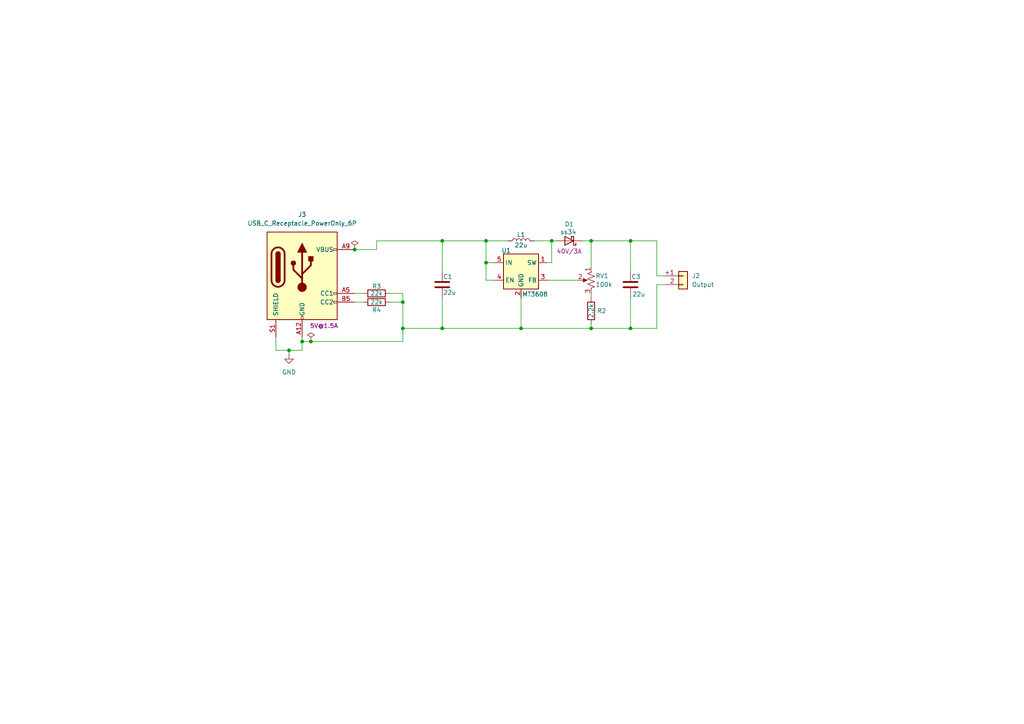
<source format=kicad_sch>
(kicad_sch (version 20231120) (generator "eeschema") (generator_version "8.0")
  (paper "A4")
  (lib_symbols
    (symbol "Connector:USB_C_Receptacle_PowerOnly_6P" (pin_names (offset 1.016))
      (property "Reference" "J" (at 0 16.51 0))
      (property "Value" "USB_C_Receptacle_PowerOnly_6P" (at 0 13.97 0))
      (symbol "USB_C_Receptacle_PowerOnly_6P_0_0"
        (rectangle (start -0.254 -12.7) (end 0.254 -11.684))
        (rectangle (start 10.16 -7.366) (end 9.144 -7.874))
        (rectangle (start 10.16 -4.826) (end 9.144 -5.334))
        (rectangle (start 10.16 7.874) (end 9.144 7.366))
      )
      (symbol "USB_C_Receptacle_PowerOnly_6P_0_1"
        (rectangle (start -10.16 12.7) (end 10.16 -12.7) (stroke (width 0.254)) (fill (type background)))
        (arc (start -8.89 -1.27) (mid -6.985 -3.1667) (end -5.08 -1.27) (stroke (width 0.508)))
        (arc (start -7.62 -1.27) (mid -6.985 -1.9023) (end -6.35 -1.27) (stroke (width 0.254)))
        (arc (start -7.62 -1.27) (mid -6.985 -1.9023) (end -6.35 -1.27) (stroke (width 0.254)) (fill (type outline)))
        (rectangle (start -7.62 -1.27) (end -6.35 6.35) (stroke (width 0.254)) (fill (type outline)))
        (arc (start -6.35 6.35) (mid -6.985 6.9823) (end -7.62 6.35) (stroke (width 0.254)))
        (arc (start -6.35 6.35) (mid -6.985 6.9823) (end -7.62 6.35) (stroke (width 0.254)) (fill (type outline)))
        (arc (start -5.08 6.35) (mid -6.985 8.2467) (end -8.89 6.35) (stroke (width 0.508)))
        (circle (center -2.54 3.683) (radius 0.635) (stroke (width 0.254)) (fill (type outline)))
        (circle (center 0 -3.302) (radius 1.27) (fill (type outline)))
        (polyline (pts (xy -8.89 -1.27) (xy -8.89 6.35)) (stroke (width 0.508)))
        (polyline (pts (xy -5.08 6.35) (xy -5.08 -1.27)) (stroke (width 0.508)))
        (polyline (pts (xy 0 -3.302) (xy 0 6.858)) (stroke (width 0.508)))
        (polyline (pts (xy 0 -0.762) (xy -2.54 1.778) (xy -2.54 3.048)) (stroke (width 0.508)))
        (polyline (pts (xy 0 0.508) (xy 2.54 3.048) (xy 2.54 4.318)) (stroke (width 0.508)))
        (polyline (pts (xy -1.27 6.858) (xy 0 9.398) (xy 1.27 6.858) (xy -1.27 6.858)) (stroke (width 0.254)) (fill (type outline)))
        (rectangle (start 1.905 4.318) (end 3.175 5.588) (stroke (width 0.254)) (fill (type outline)))
      )
      (symbol "USB_C_Receptacle_PowerOnly_6P_1_1"
        (pin passive line (at 0 -17.78 90) (length 5.08) (name "GND") (number "A12"))
        (pin bidirectional line (at 15.24 -5.08 180) (length 5.08) (name "CC1") (number "A5"))
        (pin passive line (at 15.24 7.62 180) (length 5.08) (name "VBUS") (number "A9"))
        (pin passive line (at 0 -17.78 90) (length 5.08) hide (name "GND") (number "B12"))
        (pin bidirectional line (at 15.24 -7.62 180) (length 5.08) (name "CC2") (number "B5"))
        (pin passive line (at 15.24 7.62 180) (length 5.08) hide (name "VBUS") (number "B9"))
        (pin passive line (at -7.62 -17.78 90) (length 5.08) (name "SHIELD") (number "S1"))
      )
    )
    (symbol "Connector_Generic:Conn_01x02" (pin_names (offset 1.016) hide)
      (property "Reference" "J" (at 0 2.54 0))
      (property "Value" "Conn_01x02" (at 0 -5.08 0))
      (symbol "Conn_01x02_1_1"
        (rectangle (start -1.27 -2.413) (end 0 -2.667) (stroke (width 0.1524)))
        (rectangle (start -1.27 0.127) (end 0 -0.127) (stroke (width 0.1524)))
        (rectangle (start -1.27 1.27) (end 1.27 -3.81) (stroke (width 0.254)) (fill (type background)))
        (pin passive line (at -5.08 0 0) (length 3.81) (name "Pin_1") (number "1"))
        (pin passive line (at -5.08 -2.54 0) (length 3.81) (name "Pin_2") (number "2"))
      )
    )
    (symbol "Device:C" (pin_numbers hide) (pin_names (offset 0.254))
      (property "Reference" "C" (at 0.635 2.54 0))
      (property "Value" "C" (at 0.635 -2.54 0))
      (symbol "C_0_1"
        (polyline (pts (xy -2.032 -0.762) (xy 2.032 -0.762)) (stroke (width 0.508)))
        (polyline (pts (xy -2.032 0.762) (xy 2.032 0.762)) (stroke (width 0.508)))
      )
      (symbol "C_1_1"
        (pin passive line (at 0 3.81 270) (length 2.794) (name "~") (number "1"))
        (pin passive line (at 0 -3.81 90) (length 2.794) (name "~") (number "2"))
      )
    )
    (symbol "Device:D_Schottky" (pin_numbers hide) (pin_names (offset 1.016) hide)
      (property "Reference" "D" (at 0 2.54 0))
      (property "Value" "D_Schottky" (at 0 -2.54 0))
      (symbol "D_Schottky_0_1"
        (polyline (pts (xy 1.27 0) (xy -1.27 0)))
        (polyline (pts (xy 1.27 1.27) (xy 1.27 -1.27) (xy -1.27 0) (xy 1.27 1.27)) (stroke (width 0.254)))
        (polyline (pts (xy -1.905 0.635) (xy -1.905 1.27) (xy -1.27 1.27) (xy -1.27 -1.27) (xy -0.635 -1.27) (xy -0.635 -0.635)) (stroke (width 0.254)))
      )
      (symbol "D_Schottky_1_1"
        (pin passive line (at -3.81 0 0) (length 2.54) (name "K") (number "1"))
        (pin passive line (at 3.81 0 180) (length 2.54) (name "A") (number "2"))
      )
    )
    (symbol "Device:L" (pin_numbers hide) (pin_names (offset 1.016) hide)
      (property "Reference" "L" (at -1.27 0 90))
      (property "Value" "L" (at 1.905 0 90))
      (symbol "L_0_1"
        (arc (start 0 -2.54) (mid 0.6323 -1.905) (end 0 -1.27))
        (arc (start 0 -1.27) (mid 0.6323 -0.635) (end 0 0))
        (arc (start 0 0) (mid 0.6323 0.635) (end 0 1.27))
        (arc (start 0 1.27) (mid 0.6323 1.905) (end 0 2.54))
      )
      (symbol "L_1_1"
        (pin passive line (at 0 3.81 270) (length 1.27) (name "1") (number "1"))
        (pin passive line (at 0 -3.81 90) (length 1.27) (name "2") (number "2"))
      )
    )
    (symbol "Device:R" (pin_numbers hide) (pin_names (offset 0))
      (property "Reference" "R" (at 2.032 0 90))
      (property "Value" "R" (at 0 0 90))
      (symbol "R_0_1"
        (rectangle (start -1.016 -2.54) (end 1.016 2.54) (stroke (width 0.254)))
      )
      (symbol "R_1_1"
        (pin passive line (at 0 3.81 270) (length 1.27) (name "~") (number "1"))
        (pin passive line (at 0 -3.81 90) (length 1.27) (name "~") (number "2"))
      )
    )
    (symbol "Device:R_Potentiometer_US" (pin_names (offset 1.016) hide)
      (property "Reference" "RV" (at -4.445 0 90))
      (property "Value" "R_Potentiometer_US" (at -2.54 0 90))
      (symbol "R_Potentiometer_US_0_1"
        (polyline (pts (xy 0 -2.286) (xy 0 -2.54)))
        (polyline (pts (xy 0 2.54) (xy 0 2.286)))
        (polyline (pts (xy 2.54 0) (xy 1.524 0)))
        (polyline (pts (xy 1.143 0) (xy 2.286 0.508) (xy 2.286 -0.508) (xy 1.143 0)) (fill (type outline)))
        (polyline (pts (xy 0 -0.762) (xy 1.016 -1.143) (xy 0 -1.524) (xy -1.016 -1.905) (xy 0 -2.286)))
        (polyline (pts (xy 0 0.762) (xy 1.016 0.381) (xy 0 0) (xy -1.016 -0.381) (xy 0 -0.762)))
        (polyline (pts (xy 0 2.286) (xy 1.016 1.905) (xy 0 1.524) (xy -1.016 1.143) (xy 0 0.762)))
      )
      (symbol "R_Potentiometer_US_1_1"
        (pin passive line (at 0 3.81 270) (length 1.27) (name "1") (number "1"))
        (pin passive line (at 3.81 0 180) (length 1.27) (name "2") (number "2"))
        (pin passive line (at 0 -3.81 90) (length 1.27) (name "3") (number "3"))
      )
    )
    (symbol "Regulator_Switching:MT3608"
      (property "Reference" "U" (at -2.54 8.89 0))
      (property "Value" "MT3608" (at -3.81 6.35 0))
      (symbol "MT3608_0_1"
        (rectangle (start -5.08 5.08) (end 5.08 -5.08) (stroke (width 0.254)) (fill (type background)))
      )
      (symbol "MT3608_1_1"
        (pin passive line (at 7.62 2.54 180) (length 2.54) (name "SW") (number "1"))
        (pin power_in line (at 0 -7.62 90) (length 2.54) (name "GND") (number "2"))
        (pin input line (at 7.62 -2.54 180) (length 2.54) (name "FB") (number "3"))
        (pin input line (at -7.62 -2.54 0) (length 2.54) (name "EN") (number "4"))
        (pin power_in line (at -7.62 2.54 0) (length 2.54) (name "IN") (number "5"))
        (pin no_connect line (at 5.08 0 180) (length 2.54) hide (name "NC") (number "6"))
      )
    )
    (symbol "power:GND" (power) (pin_numbers hide) (pin_names (offset 0) hide)
      (property "Value" "GND" (at 0 -3.81 0))
      (symbol "GND_0_1"
        (polyline (pts (xy 0 0) (xy 0 -1.27) (xy 1.27 -1.27) (xy 0 -2.54) (xy -1.27 -1.27) (xy 0 -1.27)))
      )
      (symbol "GND_1_1"
        (pin power_in line (at 0 0 270) (length 0) (name "~") (number "1"))
      )
    )
    (symbol "power:PWR_FLAG" (power) (pin_numbers hide) (pin_names (offset 0) hide)
      (property "Value" "PWR_FLAG" (at 0 3.81 0))
      (symbol "PWR_FLAG_0_0"
        (pin power_out line (at 0 0 90) (length 0) (name "~") (number "1"))
      )
      (symbol "PWR_FLAG_0_1"
        (polyline (pts (xy 0 0) (xy 0 1.27) (xy -1.016 1.905) (xy 0 2.54) (xy 1.016 1.905) (xy 0 1.27)))
      )
    )
  )
  (junction (at 182.88 69.85))
  (junction (at 171.45 95.25))
  (junction (at 116.84 87.63))
  (junction (at 160.02 69.85))
  (junction (at 128.27 69.85))
  (junction (at 128.27 95.25))
  (junction (at 151.13 95.25))
  (junction (at 182.88 95.25))
  (junction (at 83.82 101.6))
  (junction (at 87.63 99.06))
  (junction (at 116.84 95.25))
  (junction (at 140.97 76.2))
  (junction (at 140.97 69.85))
  (junction (at 171.45 69.85))
  (junction (at 90.17 99.06))
  (junction (at 102.87 72.39))
  (wire (pts (xy 190.5 82.55) (xy 190.5 95.25)))
  (wire (pts (xy 128.27 95.25) (xy 151.13 95.25)))
  (wire (pts (xy 80.01 101.6) (xy 83.82 101.6)))
  (wire (pts (xy 171.45 93.98) (xy 171.45 95.25)))
  (wire (pts (xy 102.87 85.09) (xy 105.41 85.09)))
  (wire (pts (xy 160.02 69.85) (xy 161.29 69.85)))
  (wire (pts (xy 90.17 99.06) (xy 87.63 99.06)))
  (wire (pts (xy 109.22 69.85) (xy 109.22 72.39)))
  (wire (pts (xy 140.97 81.28) (xy 140.97 76.2)))
  (wire (pts (xy 83.82 102.87) (xy 83.82 101.6)))
  (wire (pts (xy 151.13 86.36) (xy 151.13 95.25)))
  (wire (pts (xy 128.27 69.85) (xy 140.97 69.85)))
  (wire (pts (xy 109.22 72.39) (xy 102.87 72.39)))
  (wire (pts (xy 87.63 101.6) (xy 83.82 101.6)))
  (wire (pts (xy 116.84 85.09) (xy 116.84 87.63)))
  (wire (pts (xy 109.22 69.85) (xy 128.27 69.85)))
  (wire (pts (xy 182.88 69.85) (xy 190.5 69.85)))
  (wire (pts (xy 113.03 85.09) (xy 116.84 85.09)))
  (wire (pts (xy 143.51 81.28) (xy 140.97 81.28)))
  (wire (pts (xy 160.02 76.2) (xy 160.02 69.85)))
  (wire (pts (xy 128.27 86.36) (xy 128.27 95.25)))
  (wire (pts (xy 190.5 69.85) (xy 190.5 80.01)))
  (wire (pts (xy 190.5 80.01) (xy 193.04 80.01)))
  (wire (pts (xy 87.63 97.79) (xy 87.63 99.06)))
  (wire (pts (xy 182.88 69.85) (xy 182.88 78.74)))
  (wire (pts (xy 171.45 85.09) (xy 171.45 86.36)))
  (wire (pts (xy 80.01 97.79) (xy 80.01 101.6)))
  (wire (pts (xy 140.97 76.2) (xy 143.51 76.2)))
  (wire (pts (xy 116.84 99.06) (xy 90.17 99.06)))
  (wire (pts (xy 182.88 95.25) (xy 190.5 95.25)))
  (wire (pts (xy 190.5 82.55) (xy 193.04 82.55)))
  (wire (pts (xy 140.97 69.85) (xy 147.32 69.85)))
  (wire (pts (xy 168.91 69.85) (xy 171.45 69.85)))
  (wire (pts (xy 182.88 86.36) (xy 182.88 95.25)))
  (wire (pts (xy 158.75 76.2) (xy 160.02 76.2)))
  (wire (pts (xy 171.45 95.25) (xy 182.88 95.25)))
  (wire (pts (xy 140.97 76.2) (xy 140.97 69.85)))
  (wire (pts (xy 116.84 95.25) (xy 128.27 95.25)))
  (wire (pts (xy 87.63 99.06) (xy 87.63 101.6)))
  (wire (pts (xy 154.94 69.85) (xy 160.02 69.85)))
  (wire (pts (xy 116.84 87.63) (xy 116.84 95.25)))
  (wire (pts (xy 113.03 87.63) (xy 116.84 87.63)))
  (wire (pts (xy 128.27 69.85) (xy 128.27 78.74)))
  (wire (pts (xy 102.87 87.63) (xy 105.41 87.63)))
  (wire (pts (xy 171.45 69.85) (xy 171.45 77.47)))
  (wire (pts (xy 116.84 95.25) (xy 116.84 99.06)))
  (wire (pts (xy 158.75 81.28) (xy 167.64 81.28)))
  (wire (pts (xy 151.13 95.25) (xy 171.45 95.25)))
  (wire (pts (xy 171.45 69.85) (xy 182.88 69.85)))
  (symbol (lib_id "power:PWR_FLAG") (at 90.17 99.06 0) (unit 1)
    (property "Reference" "#FLG02" (effects (hide yes)))
    (property "Value" "PWR_FLAG" (effects (hide yes)))
    (property "Description" "Special symbol for telling ERC where power comes from" (effects (hide yes)))
  )
  (symbol (lib_id "Device:R") (at 109.22 87.63 90) (unit 1)
    (property "Reference" "R4" (at 109.22 89.916 90))
    (property "Value" "22k" (at 109.22 87.63 90))
    (property "Footprint" "Resistor_SMD:R_1206_3216Metric_Pad1.30x1.75mm_HandSolder" (effects (hide yes)))
    (property "Description" "Resistor" (effects (hide yes)))
  )
  (symbol (lib_id "Device:C") (at 182.88 82.55 0) (unit 1)
    (property "Reference" "C3" (at 183.134 80.264 0) (effects (justify left)))
    (property "Value" "22u" (at 183.388 85.344 0) (effects (justify left)))
    (property "Footprint" "Capacitor_SMD:C_1206_3216Metric_Pad1.33x1.80mm_HandSolder" (effects (hide yes)))
    (property "Description" "Unpolarized capacitor" (effects (hide yes)))
  )
  (symbol (lib_id "Connector:USB_C_Receptacle_PowerOnly_6P") (at 87.63 80.01 0) (unit 1)
    (property "Reference" "J3" (at 87.63 62.23 0))
    (property "Value" "USB_C_Receptacle_PowerOnly_6P" (at 87.63 64.77 0))
    (property "Footprint" "Connector_USB:USB_C_Receptacle_HRO_TYPE-C-31-M-17" (effects (hide yes)))
    (property "Datasheet" "https://www.usb.org/sites/default/files/documents/usb_type-c.zip" (effects (hide yes)))
    (property "Description" "USB Power-Only 6P Type-C Receptacle connector" (effects (hide yes)))
    (property "Spec" "5V@1.5A" (at 93.98 94.488 0))
  )
  (symbol (lib_id "Device:R_Potentiometer_US") (at 171.45 81.28 0) (mirror y) (unit 1)
    (property "Reference" "RV1" (at 172.72 80.01 0) (effects (justify right)))
    (property "Value" "100k" (at 172.72 82.55 0) (effects (justify right)))
    (property "Footprint" "Potentiometer_THT:Potentiometer_Bourns_3296W_Vertical" (effects (hide yes)))
    (property "Description" "Potentiometer, US symbol" (effects (hide yes)))
  )
  (symbol (lib_id "Device:L") (at 151.13 69.85 90) (unit 1)
    (property "Reference" "L1" (at 151.13 68.072 90))
    (property "Value" "22u" (at 151.13 71.12 90))
    (property "Footprint" "Inductor_SMD:L_7.3x7.3_H3.5" (effects (hide yes)))
    (property "Description" "Inductor" (effects (hide yes)))
  )
  (symbol (lib_id "Device:R") (at 109.22 85.09 90) (unit 1)
    (property "Reference" "R3" (at 109.22 83.058 90))
    (property "Value" "22k" (at 109.22 85.09 90))
    (property "Footprint" "Resistor_SMD:R_1206_3216Metric_Pad1.30x1.75mm_HandSolder" (effects (hide yes)))
    (property "Description" "Resistor" (effects (hide yes)))
  )
  (symbol (lib_id "Regulator_Switching:MT3608") (at 151.13 78.74 0) (unit 1)
    (property "Reference" "U1" (at 146.812 72.644 0))
    (property "Value" "MT3608" (at 155.194 85.344 0))
    (property "Footprint" "Package_TO_SOT_SMD:SOT-23-6_Handsoldering" (effects (hide yes)))
    (property "Datasheet" "https://www.olimex.com/Products/Breadboarding/BB-PWR-3608/resources/MT3608.pdf" (effects (hide yes)))
    (property "Description" "High Efficiency 1.2MHz 2A Step Up Converter, 2-24V Vin, 28V Vout, 4A current limit, 1.2MHz, SOT23-6" (effects (hide yes)))
  )
  (symbol (lib_id "power:PWR_FLAG") (at 102.87 72.39 0) (unit 1)
    (property "Reference" "#FLG01" (effects (hide yes)))
    (property "Value" "PWR_FLAG" (effects (hide yes)))
    (property "Description" "Special symbol for telling ERC where power comes from" (effects (hide yes)))
  )
  (symbol (lib_id "Device:R") (at 171.45 90.17 0) (mirror x) (unit 1)
    (property "Reference" "R2" (at 174.498 90.17 0))
    (property "Value" "2.2k" (at 171.45 90.17 90))
    (property "Footprint" "Resistor_SMD:R_1206_3216Metric_Pad1.30x1.75mm_HandSolder" (effects (hide yes)))
    (property "Description" "Resistor" (effects (hide yes)))
  )
  (symbol (lib_id "Device:D_Schottky") (at 165.1 69.85 180) (unit 1)
    (property "Reference" "D1" (at 165.1 65.024 0))
    (property "Value" "ss34" (at 164.846 67.31 0))
    (property "Footprint" "Diode_SMD:D_SMA_Handsoldering" (effects (hide yes)))
    (property "Description" "Schottky diode" (effects (hide yes)))
    (property "Spec" "40V/3A" (at 165.1 72.898 0))
  )
  (symbol (lib_id "Device:C") (at 128.27 82.55 0) (unit 1)
    (property "Reference" "C1" (at 128.524 80.264 0) (effects (justify left)))
    (property "Value" "22u" (at 128.524 84.836 0) (effects (justify left)))
    (property "Footprint" "Capacitor_SMD:C_1206_3216Metric_Pad1.33x1.80mm_HandSolder" (effects (hide yes)))
    (property "Description" "Unpolarized capacitor" (effects (hide yes)))
  )
  (symbol (lib_id "Connector_Generic:Conn_01x02") (at 198.12 80.01 0) (unit 1)
    (property "Reference" "J2" (at 200.66 80.0099 0) (effects (justify left)))
    (property "Value" "Output" (at 200.66 82.5499 0) (effects (justify left)))
    (property "Footprint" "Connector_PinHeader_2.54mm:PinHeader_1x02_P2.54mm_Vertical" (effects (hide yes)))
    (property "Description" "Generic connector, single row, 01x02, script generated (kicad-library-utils/schlib/autogen/connector/)" (effects (hide yes)))
    (property "+" "+" (at 193.548 78.994 0))
  )
  (symbol (lib_id "power:GND") (at 83.82 102.87 0) (unit 1)
    (property "Reference" "#PWR01" (effects (hide yes)))
    (property "Value" "GND" (at 83.82 107.95 0))
    (property "Description" "Power symbol creates a global label with name \"GND\" , ground" (effects (hide yes)))
  )
)
</source>
